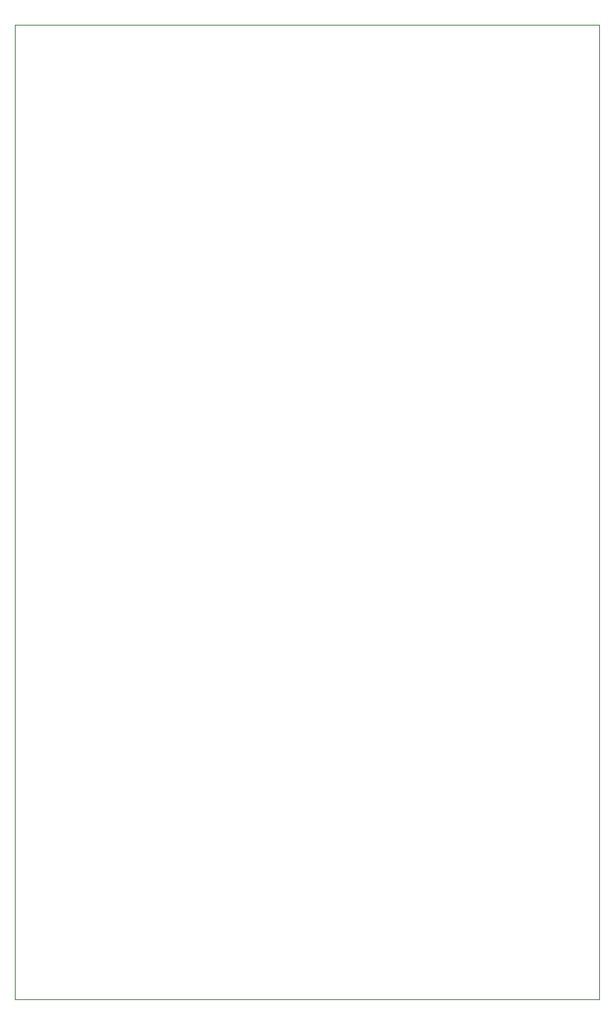
<source format=gbr>
%TF.GenerationSoftware,KiCad,Pcbnew,5.99.0+really5.1.10+dfsg1-1*%
%TF.CreationDate,2022-02-11T21:54:35+01:00*%
%TF.ProjectId,vierfach_LFO,76696572-6661-4636-985f-4c464f2e6b69,rev?*%
%TF.SameCoordinates,Original*%
%TF.FileFunction,Profile,NP*%
%FSLAX46Y46*%
G04 Gerber Fmt 4.6, Leading zero omitted, Abs format (unit mm)*
G04 Created by KiCad (PCBNEW 5.99.0+really5.1.10+dfsg1-1) date 2022-02-11 21:54:35*
%MOMM*%
%LPD*%
G01*
G04 APERTURE LIST*
%TA.AperFunction,Profile*%
%ADD10C,0.050000*%
%TD*%
G04 APERTURE END LIST*
D10*
X60000000Y-140000000D02*
X60000000Y-40000000D01*
X120000000Y-140000000D02*
X60000000Y-140000000D01*
X120000000Y-40000000D02*
X120000000Y-140000000D01*
X60000000Y-40000000D02*
X120000000Y-40000000D01*
M02*

</source>
